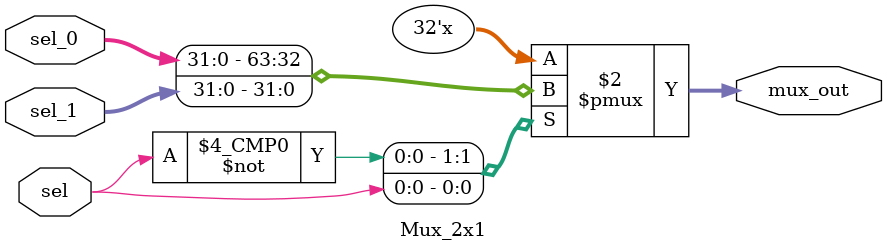
<source format=v>

module  Mux_2x1( sel_0, sel_1, sel, mux_out );
	input [31:0] sel_0, sel_1;
	input sel;
	output [31:0] mux_out;
	reg  [31:0] mux_out;

	always @ (sel or sel_0 or sel_1)
		begin
			case(sel) 
			1'b0 : mux_out = sel_0;
			1'b1 : mux_out = sel_1;
			endcase 
		end
endmodule

</source>
